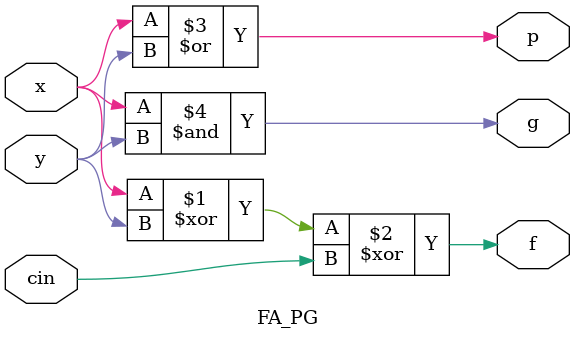
<source format=v>
`timescale 1ns / 1ps


module Adder32(
      output [31:0] f,
      output OF, SF, ZF, CF,
      output cout,
      input [31:0] x, y,
      input sub
    );
    //add your code here
    wire [31:0] yy;
    wire coutt;
    assign yy = (sub == 0) ? y : ~y;
    CLA_16 cla_161(f[15:0] ,coutt, x[15:0], yy[15:0], sub);
    CLA_16 cla_162(f[31:16] ,cout, x[31:16], yy[31:16], coutt);
    assign OF = &{~x[31], ~yy[31], f[31]} | &{x[31], yy[31], ~f[31]};
    assign SF = f[31];
    assign CF = sub ^ cout;
    assign ZF = f == 0;
endmodule

module CLA_16(
       output wire [15:0] f,
       output wire  cout, 
       input [15:0] x, y,
       input cin
  );
 //add your code here
    wire [3:0] Pi,Gi;
    wire [4:0] c;
    assign c[0] = cin;
    CLA_group cla0(f[3:0],Pi[0],Gi[0],x[3:0],y[3:0],c[0]);
    CLA_group cla1(f[7:4],Pi[1],Gi[1],x[7:4],y[7:4],c[1]);
    CLA_group cla2(f[11:8],Pi[2],Gi[2],x[11:8],y[11:8],c[2]);
    CLA_group cla3(f[15:12],Pi[3],Gi[3],x[15:12],y[15:12],c[3]);
    CLU clu(c[4:1],Pi,Gi, c[0]);
    assign cout = c[4];
endmodule

module CLA_group (
     output [3:0] f,
     output pg,gg,
     input [3:0] x, y,
     input cin
);
    wire [4:0] c;
    wire [4:1] p, g;
    assign c[0] = cin;
    FA_PG fa0(f[0], p[1], g[1],x[0], y[0], c[0]);
    FA_PG fa1(f[1], p[2], g[2],x[1], y[1], c[1]);
    FA_PG fa2(f[2], p[3], g[3],x[2], y[2], c[2]);
    FA_PG fa3(f[3], p[4], g[4],x[3], y[3], c[3]);
    CLU clu(c[4:1],p, g, c[0]);
    assign pg=p[1] & p[2] & p[3] & p[4];
    assign gg= g[4] | (p[4] & g[3]) | (p[4] & p[3] & g[2]) | (p[4] & p[3] & p[2] & g[1]);
endmodule

module CLU (
      output [4:1] c,
      input [4:1] p, g,
      input c0
);
    assign c[1] = g[1] | (p[1] & c0);
    assign c[2] = g[2] | (p[2] & g[1]) | (p[2] & p[1] & c0);
    assign c[3] = g[3] | (p[3] & g[2]) | (&{p[3:2], g[1]}) | (&{p[3:1], c0});
    assign c[4] = g[4] | (p[4] & g[3]) | (&{p[4:3], g[2]}) | (&{p[4:2], g[1]}) | (&{p[4:1], c0});
endmodule

module FA_PG (
     output f, p, g,
     input x, y, cin
	);
    assign f = x ^ y ^ cin;
    assign p = x | y;
    assign g = x & y;
endmodule

</source>
